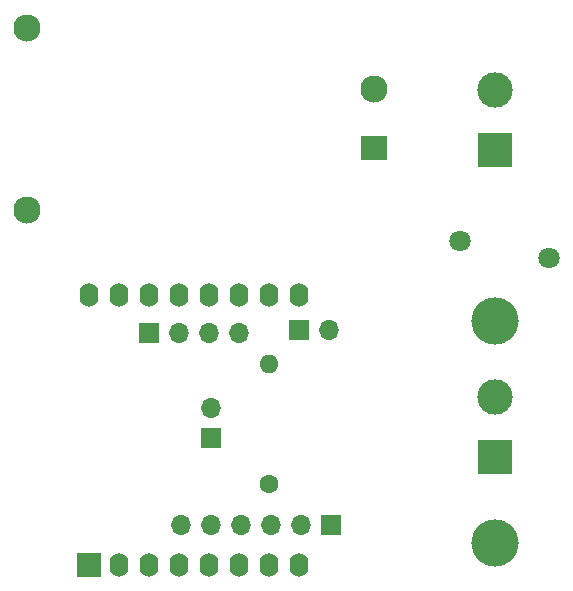
<source format=gbr>
%TF.GenerationSoftware,KiCad,Pcbnew,(5.1.9)-1*%
%TF.CreationDate,2021-08-20T11:33:55-03:00*%
%TF.ProjectId,SmartLightMk1,536d6172-744c-4696-9768-744d6b312e6b,rev?*%
%TF.SameCoordinates,Original*%
%TF.FileFunction,Copper,L1,Top*%
%TF.FilePolarity,Positive*%
%FSLAX46Y46*%
G04 Gerber Fmt 4.6, Leading zero omitted, Abs format (unit mm)*
G04 Created by KiCad (PCBNEW (5.1.9)-1) date 2021-08-20 11:33:55*
%MOMM*%
%LPD*%
G01*
G04 APERTURE LIST*
%TA.AperFunction,ComponentPad*%
%ADD10O,1.700000X1.700000*%
%TD*%
%TA.AperFunction,ComponentPad*%
%ADD11R,1.700000X1.700000*%
%TD*%
%TA.AperFunction,ComponentPad*%
%ADD12C,3.000000*%
%TD*%
%TA.AperFunction,ComponentPad*%
%ADD13R,3.000000X3.000000*%
%TD*%
%TA.AperFunction,ComponentPad*%
%ADD14O,1.600000X2.000000*%
%TD*%
%TA.AperFunction,ComponentPad*%
%ADD15R,2.000000X2.000000*%
%TD*%
%TA.AperFunction,ComponentPad*%
%ADD16C,2.300000*%
%TD*%
%TA.AperFunction,ComponentPad*%
%ADD17R,2.300000X2.000000*%
%TD*%
%TA.AperFunction,ComponentPad*%
%ADD18C,1.600000*%
%TD*%
%TA.AperFunction,ComponentPad*%
%ADD19O,1.600000X1.600000*%
%TD*%
%TA.AperFunction,ComponentPad*%
%ADD20C,4.000000*%
%TD*%
%TA.AperFunction,ComponentPad*%
%ADD21C,1.800000*%
%TD*%
G04 APERTURE END LIST*
D10*
%TO.P,J7,4*%
%TO.N,D4*%
X138811000Y-98806000D03*
%TO.P,J7,3*%
%TO.N,D3*%
X136271000Y-98806000D03*
%TO.P,J7,2*%
%TO.N,D2*%
X133731000Y-98806000D03*
D11*
%TO.P,J7,1*%
%TO.N,D1*%
X131191000Y-98806000D03*
%TD*%
D12*
%TO.P,J2,2*%
%TO.N,Net-(J1-Pad2)*%
X160475000Y-104246000D03*
D13*
%TO.P,J2,1*%
%TO.N,Net-(J2-Pad1)*%
X160475000Y-109326000D03*
%TD*%
D12*
%TO.P,J1,2*%
%TO.N,Net-(J1-Pad2)*%
X160475000Y-78246000D03*
D13*
%TO.P,J1,1*%
%TO.N,Net-(J1-Pad1)*%
X160475000Y-83326000D03*
%TD*%
D11*
%TO.P,J6,1*%
%TO.N,GND*%
X146558000Y-115062000D03*
D10*
%TO.P,J6,2*%
%TO.N,+3V3*%
X144018000Y-115062000D03*
%TO.P,J6,3*%
%TO.N,D8*%
X141478000Y-115062000D03*
%TO.P,J6,4*%
%TO.N,D7*%
X138938000Y-115062000D03*
%TO.P,J6,5*%
%TO.N,D6*%
X136398000Y-115062000D03*
%TO.P,J6,6*%
%TO.N,D5*%
X133858000Y-115062000D03*
%TD*%
D14*
%TO.P,U1,2*%
%TO.N,Net-(U1-Pad2)*%
X128651000Y-118491000D03*
D15*
%TO.P,U1,1*%
%TO.N,Net-(JP1-Pad2)*%
X126111000Y-118491000D03*
D14*
%TO.P,U1,3*%
%TO.N,D0*%
X131191000Y-118491000D03*
%TO.P,U1,4*%
%TO.N,D5*%
X133731000Y-118491000D03*
%TO.P,U1,5*%
%TO.N,D6*%
X136271000Y-118491000D03*
%TO.P,U1,6*%
%TO.N,D7*%
X138811000Y-118491000D03*
%TO.P,U1,7*%
%TO.N,D8*%
X141351000Y-118491000D03*
%TO.P,U1,8*%
%TO.N,+3V3*%
X143891000Y-118491000D03*
%TO.P,U1,9*%
%TO.N,+5V*%
X143891000Y-95631000D03*
%TO.P,U1,10*%
%TO.N,GND*%
X141351000Y-95631000D03*
%TO.P,U1,11*%
%TO.N,D4*%
X138811000Y-95631000D03*
%TO.P,U1,12*%
%TO.N,D3*%
X136271000Y-95631000D03*
%TO.P,U1,13*%
%TO.N,D2*%
X133731000Y-95631000D03*
%TO.P,U1,14*%
%TO.N,D1*%
X131191000Y-95631000D03*
%TO.P,U1,15*%
%TO.N,Net-(U1-Pad15)*%
X128651000Y-95631000D03*
%TO.P,U1,16*%
%TO.N,Net-(U1-Pad16)*%
X126111000Y-95631000D03*
%TD*%
D16*
%TO.P,PS1,3*%
%TO.N,GND*%
X120841000Y-88385000D03*
D17*
%TO.P,PS1,1*%
%TO.N,Net-(J1-Pad1)*%
X150241000Y-83185000D03*
D16*
%TO.P,PS1,2*%
%TO.N,Net-(J1-Pad2)*%
X150241000Y-78185000D03*
%TO.P,PS1,4*%
%TO.N,+5V*%
X120841000Y-72985000D03*
%TD*%
D18*
%TO.P,R1,1*%
%TO.N,D2*%
X141351000Y-111658400D03*
D19*
%TO.P,R1,2*%
%TO.N,GND*%
X141351000Y-101498400D03*
%TD*%
D20*
%TO.P,J3,1*%
%TO.N,Net-(J1-Pad1)*%
X160475000Y-97826000D03*
%TD*%
%TO.P,J4,1*%
%TO.N,Net-(J2-Pad1)*%
X160475000Y-116586000D03*
%TD*%
D21*
%TO.P,RV1,1*%
%TO.N,Net-(J1-Pad1)*%
X157480000Y-91059000D03*
%TO.P,RV1,2*%
%TO.N,Net-(J1-Pad2)*%
X164980000Y-92459000D03*
%TD*%
D11*
%TO.P,JP2,1*%
%TO.N,+3V3*%
X136398000Y-107696000D03*
D10*
%TO.P,JP2,2*%
%TO.N,D2*%
X136398000Y-105156000D03*
%TD*%
D11*
%TO.P,J5,1*%
%TO.N,+5V*%
X143891000Y-98552000D03*
D10*
%TO.P,J5,2*%
%TO.N,GND*%
X146431000Y-98552000D03*
%TD*%
M02*

</source>
